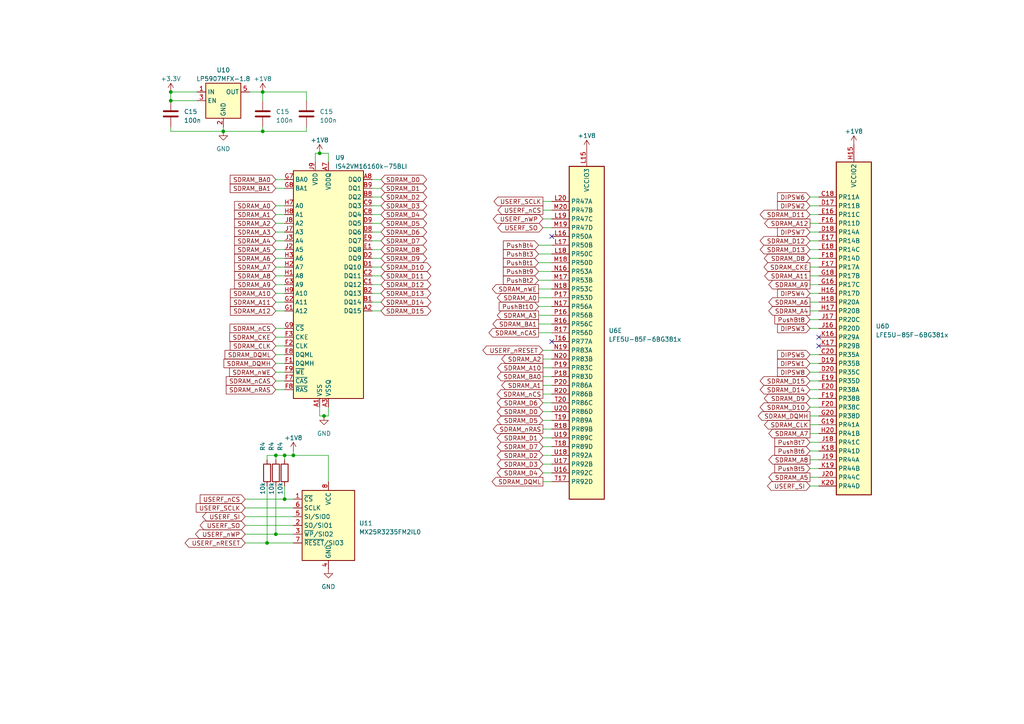
<source format=kicad_sch>
(kicad_sch (version 20230121) (generator eeschema)
  (paper "A4")
  (junction (at 64.77 38.1))
  (junction (at 76.2 38.1))
  (junction (at 82.55 144.78))
  (junction (at 82.55 132.08))
  (junction (at 77.47 157.48))
  (junction (at 49.53 29.21))
  (junction (at 92.71 44.45))
  (junction (at 80.01 154.94))
  (junction (at 85.09 132.08))
  (junction (at 93.98 120.65))
  (junction (at 76.2 26.67))
  (junction (at 80.01 132.08))
  (junction (at 49.53 26.67))
  (no_connect (at 160.02 68.58))
  (no_connect (at 160.02 99.06))
  (no_connect (at 237.49 100.33))
  (no_connect (at 237.49 97.79))
  (wire (pts (xy 71.12 149.86) (xy 85.09 149.86)))
  (wire (pts (xy 157.48 66.04) (xy 160.02 66.04)))
  (wire (pts (xy 80.01 105.41) (xy 82.55 105.41)))
  (wire (pts (xy 80.01 72.39) (xy 82.55 72.39)))
  (wire (pts (xy 80.01 64.77) (xy 82.55 64.77)))
  (wire (pts (xy 234.95 67.31) (xy 237.49 67.31)))
  (wire (pts (xy 234.95 80.01) (xy 237.49 80.01)))
  (wire (pts (xy 95.25 132.08) (xy 95.25 139.7)))
  (wire (pts (xy 157.48 121.92) (xy 160.02 121.92)))
  (wire (pts (xy 82.55 144.78) (xy 85.09 144.78)))
  (wire (pts (xy 107.95 57.15) (xy 110.49 57.15)))
  (wire (pts (xy 234.95 102.87) (xy 237.49 102.87)))
  (wire (pts (xy 234.95 57.15) (xy 237.49 57.15)))
  (wire (pts (xy 85.09 132.08) (xy 95.25 132.08)))
  (wire (pts (xy 156.21 78.74) (xy 160.02 78.74)))
  (wire (pts (xy 157.48 58.42) (xy 160.02 58.42)))
  (wire (pts (xy 156.21 71.12) (xy 160.02 71.12)))
  (wire (pts (xy 80.01 107.95) (xy 82.55 107.95)))
  (wire (pts (xy 234.95 74.93) (xy 237.49 74.93)))
  (wire (pts (xy 92.71 118.11) (xy 92.71 120.65)))
  (wire (pts (xy 234.95 140.97) (xy 237.49 140.97)))
  (wire (pts (xy 157.48 104.14) (xy 160.02 104.14)))
  (wire (pts (xy 80.01 80.01) (xy 82.55 80.01)))
  (wire (pts (xy 64.77 36.83) (xy 64.77 38.1)))
  (wire (pts (xy 234.95 128.27) (xy 237.49 128.27)))
  (wire (pts (xy 234.95 59.69) (xy 237.49 59.69)))
  (wire (pts (xy 49.53 38.1) (xy 64.77 38.1)))
  (wire (pts (xy 80.01 95.25) (xy 82.55 95.25)))
  (wire (pts (xy 80.01 77.47) (xy 82.55 77.47)))
  (wire (pts (xy 80.01 132.08) (xy 82.55 132.08)))
  (wire (pts (xy 49.53 26.67) (xy 49.53 29.21)))
  (wire (pts (xy 91.44 46.99) (xy 91.44 44.45)))
  (wire (pts (xy 157.48 119.38) (xy 160.02 119.38)))
  (wire (pts (xy 234.95 77.47) (xy 237.49 77.47)))
  (wire (pts (xy 156.21 76.2) (xy 160.02 76.2)))
  (wire (pts (xy 234.95 92.71) (xy 237.49 92.71)))
  (wire (pts (xy 77.47 133.35) (xy 77.47 132.08)))
  (wire (pts (xy 107.95 52.07) (xy 110.49 52.07)))
  (wire (pts (xy 71.12 154.94) (xy 80.01 154.94)))
  (wire (pts (xy 156.21 96.52) (xy 160.02 96.52)))
  (wire (pts (xy 234.95 69.85) (xy 237.49 69.85)))
  (wire (pts (xy 80.01 62.23) (xy 82.55 62.23)))
  (wire (pts (xy 156.21 73.66) (xy 160.02 73.66)))
  (wire (pts (xy 95.25 44.45) (xy 95.25 46.99)))
  (wire (pts (xy 107.95 85.09) (xy 110.49 85.09)))
  (wire (pts (xy 82.55 140.97) (xy 82.55 144.78)))
  (wire (pts (xy 88.9 26.67) (xy 76.2 26.67)))
  (wire (pts (xy 157.48 106.68) (xy 160.02 106.68)))
  (wire (pts (xy 80.01 87.63) (xy 82.55 87.63)))
  (wire (pts (xy 80.01 102.87) (xy 82.55 102.87)))
  (wire (pts (xy 92.71 120.65) (xy 93.98 120.65)))
  (wire (pts (xy 157.48 101.6) (xy 160.02 101.6)))
  (wire (pts (xy 91.44 44.45) (xy 92.71 44.45)))
  (wire (pts (xy 234.95 123.19) (xy 237.49 123.19)))
  (wire (pts (xy 156.21 93.98) (xy 160.02 93.98)))
  (wire (pts (xy 234.95 133.35) (xy 237.49 133.35)))
  (wire (pts (xy 234.95 107.95) (xy 237.49 107.95)))
  (wire (pts (xy 107.95 90.17) (xy 110.49 90.17)))
  (wire (pts (xy 107.95 54.61) (xy 110.49 54.61)))
  (wire (pts (xy 107.95 67.31) (xy 110.49 67.31)))
  (wire (pts (xy 80.01 69.85) (xy 82.55 69.85)))
  (wire (pts (xy 234.95 64.77) (xy 237.49 64.77)))
  (wire (pts (xy 71.12 152.4) (xy 85.09 152.4)))
  (wire (pts (xy 107.95 72.39) (xy 110.49 72.39)))
  (wire (pts (xy 80.01 54.61) (xy 82.55 54.61)))
  (wire (pts (xy 107.95 74.93) (xy 110.49 74.93)))
  (wire (pts (xy 157.48 116.84) (xy 160.02 116.84)))
  (wire (pts (xy 234.95 110.49) (xy 237.49 110.49)))
  (wire (pts (xy 80.01 132.08) (xy 80.01 133.35)))
  (wire (pts (xy 57.15 26.67) (xy 49.53 26.67)))
  (wire (pts (xy 82.55 132.08) (xy 85.09 132.08)))
  (wire (pts (xy 80.01 67.31) (xy 82.55 67.31)))
  (wire (pts (xy 234.95 82.55) (xy 237.49 82.55)))
  (wire (pts (xy 64.77 38.1) (xy 76.2 38.1)))
  (wire (pts (xy 77.47 132.08) (xy 80.01 132.08)))
  (wire (pts (xy 80.01 154.94) (xy 85.09 154.94)))
  (wire (pts (xy 71.12 144.78) (xy 82.55 144.78)))
  (wire (pts (xy 157.48 124.46) (xy 160.02 124.46)))
  (wire (pts (xy 80.01 100.33) (xy 82.55 100.33)))
  (wire (pts (xy 49.53 29.21) (xy 57.15 29.21)))
  (wire (pts (xy 157.48 63.5) (xy 160.02 63.5)))
  (wire (pts (xy 234.95 62.23) (xy 237.49 62.23)))
  (wire (pts (xy 80.01 97.79) (xy 82.55 97.79)))
  (wire (pts (xy 107.95 82.55) (xy 110.49 82.55)))
  (wire (pts (xy 234.95 90.17) (xy 237.49 90.17)))
  (wire (pts (xy 234.95 113.03) (xy 237.49 113.03)))
  (wire (pts (xy 157.48 111.76) (xy 160.02 111.76)))
  (wire (pts (xy 157.48 109.22) (xy 160.02 109.22)))
  (wire (pts (xy 234.95 105.41) (xy 237.49 105.41)))
  (wire (pts (xy 80.01 85.09) (xy 82.55 85.09)))
  (wire (pts (xy 157.48 139.7) (xy 160.02 139.7)))
  (wire (pts (xy 157.48 129.54) (xy 160.02 129.54)))
  (wire (pts (xy 76.2 26.67) (xy 72.39 26.67)))
  (wire (pts (xy 85.09 130.81) (xy 85.09 132.08)))
  (wire (pts (xy 234.95 118.11) (xy 237.49 118.11)))
  (wire (pts (xy 71.12 157.48) (xy 77.47 157.48)))
  (wire (pts (xy 80.01 140.97) (xy 80.01 154.94)))
  (wire (pts (xy 234.95 120.65) (xy 237.49 120.65)))
  (wire (pts (xy 234.95 125.73) (xy 237.49 125.73)))
  (wire (pts (xy 107.95 59.69) (xy 110.49 59.69)))
  (wire (pts (xy 77.47 157.48) (xy 85.09 157.48)))
  (wire (pts (xy 234.95 138.43) (xy 237.49 138.43)))
  (wire (pts (xy 156.21 81.28) (xy 160.02 81.28)))
  (wire (pts (xy 92.71 44.45) (xy 95.25 44.45)))
  (wire (pts (xy 107.95 80.01) (xy 110.49 80.01)))
  (wire (pts (xy 93.98 120.65) (xy 95.25 120.65)))
  (wire (pts (xy 157.48 114.3) (xy 160.02 114.3)))
  (wire (pts (xy 80.01 59.69) (xy 82.55 59.69)))
  (wire (pts (xy 234.95 115.57) (xy 237.49 115.57)))
  (wire (pts (xy 157.48 132.08) (xy 160.02 132.08)))
  (wire (pts (xy 234.95 85.09) (xy 237.49 85.09)))
  (wire (pts (xy 234.95 135.89) (xy 237.49 135.89)))
  (wire (pts (xy 157.48 60.96) (xy 160.02 60.96)))
  (wire (pts (xy 157.48 134.62) (xy 160.02 134.62)))
  (wire (pts (xy 49.53 36.83) (xy 49.53 38.1)))
  (wire (pts (xy 80.01 52.07) (xy 82.55 52.07)))
  (wire (pts (xy 156.21 88.9) (xy 160.02 88.9)))
  (wire (pts (xy 234.95 130.81) (xy 237.49 130.81)))
  (wire (pts (xy 80.01 82.55) (xy 82.55 82.55)))
  (wire (pts (xy 88.9 36.83) (xy 88.9 38.1)))
  (wire (pts (xy 107.95 87.63) (xy 110.49 87.63)))
  (wire (pts (xy 234.95 95.25) (xy 237.49 95.25)))
  (wire (pts (xy 234.95 87.63) (xy 237.49 87.63)))
  (wire (pts (xy 156.21 83.82) (xy 160.02 83.82)))
  (wire (pts (xy 76.2 29.21) (xy 76.2 26.67)))
  (wire (pts (xy 234.95 72.39) (xy 237.49 72.39)))
  (wire (pts (xy 107.95 69.85) (xy 110.49 69.85)))
  (wire (pts (xy 95.25 118.11) (xy 95.25 120.65)))
  (wire (pts (xy 71.12 147.32) (xy 85.09 147.32)))
  (wire (pts (xy 107.95 77.47) (xy 110.49 77.47)))
  (wire (pts (xy 157.48 137.16) (xy 160.02 137.16)))
  (wire (pts (xy 157.48 127) (xy 160.02 127)))
  (wire (pts (xy 80.01 110.49) (xy 82.55 110.49)))
  (wire (pts (xy 80.01 90.17) (xy 82.55 90.17)))
  (wire (pts (xy 88.9 26.67) (xy 88.9 29.21)))
  (wire (pts (xy 82.55 132.08) (xy 82.55 133.35)))
  (wire (pts (xy 80.01 113.03) (xy 82.55 113.03)))
  (wire (pts (xy 107.95 64.77) (xy 110.49 64.77)))
  (wire (pts (xy 77.47 140.97) (xy 77.47 157.48)))
  (wire (pts (xy 156.21 91.44) (xy 160.02 91.44)))
  (wire (pts (xy 76.2 38.1) (xy 76.2 36.83)))
  (wire (pts (xy 156.21 86.36) (xy 160.02 86.36)))
  (wire (pts (xy 107.95 62.23) (xy 110.49 62.23)))
  (wire (pts (xy 80.01 74.93) (xy 82.55 74.93)))
  (wire (pts (xy 88.9 38.1) (xy 76.2 38.1)))
  (global_label "SDRAM_A0" (shape output) (at 156.21 86.36 180) (property "Intersheetrefs" "${INTERSHEET_REFS}" (effects hide)))
  (global_label "SDRAM_nRAS" (shape output) (at 157.48 124.46 180) (property "Intersheetrefs" "${INTERSHEET_REFS}" (effects hide)))
  (global_label "SDRAM_D7" (shape bidirectional) (at 110.49 69.85 0) (property "Intersheetrefs" "${INTERSHEET_REFS}" (effects hide)))
  (global_label "SDRAM_D11" (shape bidirectional) (at 110.49 80.01 0) (property "Intersheetrefs" "${INTERSHEET_REFS}" (effects hide)))
  (global_label "USERF_nWP" (shape bidirectional) (at 71.12 154.94 180) (property "Intersheetrefs" "${INTERSHEET_REFS}" (effects hide)))
  (global_label "SDRAM_D11" (shape bidirectional) (at 234.95 62.23 180) (property "Intersheetrefs" "${INTERSHEET_REFS}" (effects hide)))
  (global_label "SDRAM_A11" (shape output) (at 234.95 80.01 180) (property "Intersheetrefs" "${INTERSHEET_REFS}" (effects hide)))
  (global_label "SDRAM_A12" (shape output) (at 234.95 64.77 180) (property "Intersheetrefs" "${INTERSHEET_REFS}" (effects hide)))
  (global_label "SDRAM_D0" (shape bidirectional) (at 157.48 119.38 180) (property "Intersheetrefs" "${INTERSHEET_REFS}" (effects hide)))
  (global_label "SDRAM_A6" (shape output) (at 234.95 87.63 180) (property "Intersheetrefs" "${INTERSHEET_REFS}" (effects hide)))
  (global_label "SDRAM_D1" (shape bidirectional) (at 110.49 54.61 0) (property "Intersheetrefs" "${INTERSHEET_REFS}" (effects hide)))
  (global_label "SDRAM_D14" (shape bidirectional) (at 110.49 87.63 0) (property "Intersheetrefs" "${INTERSHEET_REFS}" (effects hide)))
  (global_label "SDRAM_A9" (shape output) (at 234.95 82.55 180) (property "Intersheetrefs" "${INTERSHEET_REFS}" (effects hide)))
  (global_label "SDRAM_D13" (shape bidirectional) (at 234.95 72.39 180) (property "Intersheetrefs" "${INTERSHEET_REFS}" (effects hide)))
  (global_label "SDRAM_D8" (shape bidirectional) (at 110.49 72.39 0) (property "Intersheetrefs" "${INTERSHEET_REFS}" (effects hide)))
  (global_label "PushBt1" (shape input) (at 156.21 76.2 180) (property "Intersheetrefs" "${INTERSHEET_REFS}" (effects hide)))
  (global_label "USERF_SI" (shape bidirectional) (at 71.12 149.86 180) (property "Intersheetrefs" "${INTERSHEET_REFS}" (effects hide)))
  (global_label "SDRAM_D9" (shape bidirectional) (at 110.49 74.93 0) (property "Intersheetrefs" "${INTERSHEET_REFS}" (effects hide)))
  (global_label "PushBt10" (shape input) (at 156.21 88.9 180) (property "Intersheetrefs" "${INTERSHEET_REFS}" (effects hide)))
  (global_label "SDRAM_A3" (shape input) (at 80.01 67.31 180) (property "Intersheetrefs" "${INTERSHEET_REFS}" (effects hide)))
  (global_label "SDRAM_nCAS" (shape input) (at 80.01 110.49 180) (property "Intersheetrefs" "${INTERSHEET_REFS}" (effects hide)))
  (global_label "SDRAM_nWE" (shape output) (at 156.21 83.82 180) (property "Intersheetrefs" "${INTERSHEET_REFS}" (effects hide)))
  (global_label "USERF_nCS" (shape input) (at 71.12 144.78 180) (property "Intersheetrefs" "${INTERSHEET_REFS}" (effects hide)))
  (global_label "SDRAM_nRAS" (shape input) (at 80.01 113.03 180) (property "Intersheetrefs" "${INTERSHEET_REFS}" (effects hide)))
  (global_label "SDRAM_D7" (shape bidirectional) (at 157.48 129.54 180) (property "Intersheetrefs" "${INTERSHEET_REFS}" (effects hide)))
  (global_label "SDRAM_DQMH" (shape input) (at 80.01 105.41 180) (property "Intersheetrefs" "${INTERSHEET_REFS}" (effects hide)))
  (global_label "SDRAM_A1" (shape input) (at 80.01 62.23 180) (property "Intersheetrefs" "${INTERSHEET_REFS}" (effects hide)))
  (global_label "USERF_SI" (shape bidirectional) (at 234.95 140.97 180) (property "Intersheetrefs" "${INTERSHEET_REFS}" (effects hide)))
  (global_label "SDRAM_D5" (shape bidirectional) (at 110.49 64.77 0) (property "Intersheetrefs" "${INTERSHEET_REFS}" (effects hide)))
  (global_label "DIPSW7" (shape input) (at 234.95 67.31 180) (property "Intersheetrefs" "${INTERSHEET_REFS}" (effects hide)))
  (global_label "SDRAM_A4" (shape output) (at 234.95 90.17 180) (property "Intersheetrefs" "${INTERSHEET_REFS}" (effects hide)))
  (global_label "SDRAM_A4" (shape input) (at 80.01 69.85 180) (property "Intersheetrefs" "${INTERSHEET_REFS}" (effects hide)))
  (global_label "SDRAM_D15" (shape bidirectional) (at 110.49 90.17 0) (property "Intersheetrefs" "${INTERSHEET_REFS}" (effects hide)))
  (global_label "SDRAM_A2" (shape output) (at 157.48 104.14 180) (property "Intersheetrefs" "${INTERSHEET_REFS}" (effects hide)))
  (global_label "SDRAM_A8" (shape input) (at 80.01 80.01 180) (property "Intersheetrefs" "${INTERSHEET_REFS}" (effects hide)))
  (global_label "SDRAM_A8" (shape output) (at 234.95 133.35 180) (property "Intersheetrefs" "${INTERSHEET_REFS}" (effects hide)))
  (global_label "SDRAM_DQML" (shape output) (at 157.48 139.7 180) (property "Intersheetrefs" "${INTERSHEET_REFS}" (effects hide)))
  (global_label "SDRAM_BA1" (shape input) (at 80.01 54.61 180) (property "Intersheetrefs" "${INTERSHEET_REFS}" (effects hide)))
  (global_label "SDRAM_nCAS" (shape output) (at 156.21 96.52 180) (property "Intersheetrefs" "${INTERSHEET_REFS}" (effects hide)))
  (global_label "SDRAM_D0" (shape bidirectional) (at 110.49 52.07 0) (property "Intersheetrefs" "${INTERSHEET_REFS}" (effects hide)))
  (global_label "SDRAM_nCS" (shape output) (at 157.48 114.3 180) (property "Intersheetrefs" "${INTERSHEET_REFS}" (effects hide)))
  (global_label "PushBt8" (shape input) (at 234.95 92.71 180) (property "Intersheetrefs" "${INTERSHEET_REFS}" (effects hide)))
  (global_label "SDRAM_D10" (shape bidirectional) (at 234.95 118.11 180) (property "Intersheetrefs" "${INTERSHEET_REFS}" (effects hide)))
  (global_label "SDRAM_BA0" (shape output) (at 157.48 109.22 180) (property "Intersheetrefs" "${INTERSHEET_REFS}" (effects hide)))
  (global_label "SDRAM_nWE" (shape input) (at 80.01 107.95 180) (property "Intersheetrefs" "${INTERSHEET_REFS}" (effects hide)))
  (global_label "USERF_SO" (shape bidirectional) (at 71.12 152.4 180) (property "Intersheetrefs" "${INTERSHEET_REFS}" (effects hide)))
  (global_label "SDRAM_A12" (shape input) (at 80.01 90.17 180) (property "Intersheetrefs" "${INTERSHEET_REFS}" (effects hide)))
  (global_label "SDRAM_D3" (shape bidirectional) (at 157.48 134.62 180) (property "Intersheetrefs" "${INTERSHEET_REFS}" (effects hide)))
  (global_label "PushBt2" (shape input) (at 156.21 81.28 180) (property "Intersheetrefs" "${INTERSHEET_REFS}" (effects hide)))
  (global_label "SDRAM_A3" (shape output) (at 156.21 91.44 180) (property "Intersheetrefs" "${INTERSHEET_REFS}" (effects hide)))
  (global_label "SDRAM_D2" (shape bidirectional) (at 157.48 132.08 180) (property "Intersheetrefs" "${INTERSHEET_REFS}" (effects hide)))
  (global_label "PushBt6" (shape input) (at 234.95 130.81 180) (property "Intersheetrefs" "${INTERSHEET_REFS}" (effects hide)))
  (global_label "PushBt9" (shape input) (at 156.21 78.74 180) (property "Intersheetrefs" "${INTERSHEET_REFS}" (effects hide)))
  (global_label "DIPSW3" (shape input) (at 234.95 95.25 180) (property "Intersheetrefs" "${INTERSHEET_REFS}" (effects hide)))
  (global_label "USERF_nCS" (shape output) (at 157.48 60.96 180) (property "Intersheetrefs" "${INTERSHEET_REFS}" (effects hide)))
  (global_label "SDRAM_D6" (shape bidirectional) (at 157.48 116.84 180) (property "Intersheetrefs" "${INTERSHEET_REFS}" (effects hide)))
  (global_label "SDRAM_A1" (shape output) (at 157.48 111.76 180) (property "Intersheetrefs" "${INTERSHEET_REFS}" (effects hide)))
  (global_label "DIPSW2" (shape input) (at 234.95 59.69 180) (property "Intersheetrefs" "${INTERSHEET_REFS}" (effects hide)))
  (global_label "SDRAM_D4" (shape bidirectional) (at 110.49 62.23 0) (property "Intersheetrefs" "${INTERSHEET_REFS}" (effects hide)))
  (global_label "SDRAM_CLK" (shape output) (at 234.95 123.19 180) (property "Intersheetrefs" "${INTERSHEET_REFS}" (effects hide)))
  (global_label "DIPSW1" (shape input) (at 234.95 105.41 180) (property "Intersheetrefs" "${INTERSHEET_REFS}" (effects hide)))
  (global_label "SDRAM_BA1" (shape output) (at 156.21 93.98 180) (property "Intersheetrefs" "${INTERSHEET_REFS}" (effects hide)))
  (global_label "SDRAM_A7" (shape input) (at 80.01 77.47 180) (property "Intersheetrefs" "${INTERSHEET_REFS}" (effects hide)))
  (global_label "SDRAM_DQMH" (shape output) (at 234.95 120.65 180) (property "Intersheetrefs" "${INTERSHEET_REFS}" (effects hide)))
  (global_label "DIPSW5" (shape input) (at 234.95 102.87 180) (property "Intersheetrefs" "${INTERSHEET_REFS}" (effects hide)))
  (global_label "SDRAM_A5" (shape output) (at 234.95 138.43 180) (property "Intersheetrefs" "${INTERSHEET_REFS}" (effects hide)))
  (global_label "SDRAM_D12" (shape bidirectional) (at 110.49 82.55 0) (property "Intersheetrefs" "${INTERSHEET_REFS}" (effects hide)))
  (global_label "USERF_SCLK" (shape output) (at 157.48 58.42 180) (property "Intersheetrefs" "${INTERSHEET_REFS}" (effects hide)))
  (global_label "SDRAM_A10" (shape output) (at 157.48 106.68 180) (property "Intersheetrefs" "${INTERSHEET_REFS}" (effects hide)))
  (global_label "SDRAM_A10" (shape input) (at 80.01 85.09 180) (property "Intersheetrefs" "${INTERSHEET_REFS}" (effects hide)))
  (global_label "SDRAM_D9" (shape bidirectional) (at 234.95 115.57 180) (property "Intersheetrefs" "${INTERSHEET_REFS}" (effects hide)))
  (global_label "SDRAM_D4" (shape bidirectional) (at 157.48 137.16 180) (property "Intersheetrefs" "${INTERSHEET_REFS}" (effects hide)))
  (global_label "SDRAM_A0" (shape input) (at 80.01 59.69 180) (property "Intersheetrefs" "${INTERSHEET_REFS}" (effects hide)))
  (global_label "SDRAM_D10" (shape bidirectional) (at 110.49 77.47 0) (property "Intersheetrefs" "${INTERSHEET_REFS}" (effects hide)))
  (global_label "SDRAM_D15" (shape bidirectional) (at 234.95 110.49 180) (property "Intersheetrefs" "${INTERSHEET_REFS}" (effects hide)))
  (global_label "SDRAM_A5" (shape input) (at 80.01 72.39 180) (property "Intersheetrefs" "${INTERSHEET_REFS}" (effects hide)))
  (global_label "USERF_nWP" (shape bidirectional) (at 157.48 63.5 180) (property "Intersheetrefs" "${INTERSHEET_REFS}" (effects hide)))
  (global_label "SDRAM_D5" (shape bidirectional) (at 157.48 121.92 180) (property "Intersheetrefs" "${INTERSHEET_REFS}" (effects hide)))
  (global_label "SDRAM_DQML" (shape input) (at 80.01 102.87 180) (property "Intersheetrefs" "${INTERSHEET_REFS}" (effects hide)))
  (global_label "SDRAM_A2" (shape input) (at 80.01 64.77 180) (property "Intersheetrefs" "${INTERSHEET_REFS}" (effects hide)))
  (global_label "DIPSW8" (shape input) (at 234.95 107.95 180) (property "Intersheetrefs" "${INTERSHEET_REFS}" (effects hide)))
  (global_label "SDRAM_nCS" (shape input) (at 80.01 95.25 180) (property "Intersheetrefs" "${INTERSHEET_REFS}" (effects hide)))
  (global_label "SDRAM_CLK" (shape input) (at 80.01 100.33 180) (property "Intersheetrefs" "${INTERSHEET_REFS}" (effects hide)))
  (global_label "SDRAM_D2" (shape bidirectional) (at 110.49 57.15 0) (property "Intersheetrefs" "${INTERSHEET_REFS}" (effects hide)))
  (global_label "SDRAM_A6" (shape input) (at 80.01 74.93 180) (property "Intersheetrefs" "${INTERSHEET_REFS}" (effects hide)))
  (global_label "PushBt4" (shape input) (at 156.21 71.12 180) (property "Intersheetrefs" "${INTERSHEET_REFS}" (effects hide)))
  (global_label "SDRAM_D6" (shape bidirectional) (at 110.49 67.31 0) (property "Intersheetrefs" "${INTERSHEET_REFS}" (effects hide)))
  (global_label "SDRAM_D12" (shape bidirectional) (at 234.95 69.85 180) (property "Intersheetrefs" "${INTERSHEET_REFS}" (effects hide)))
  (global_label "PushBt5" (shape input) (at 234.95 135.89 180) (property "Intersheetrefs" "${INTERSHEET_REFS}" (effects hide)))
  (global_label "SDRAM_D14" (shape bidirectional) (at 234.95 113.03 180) (property "Intersheetrefs" "${INTERSHEET_REFS}" (effects hide)))
  (global_label "USERF_nRESET" (shape bidirectional) (at 157.48 101.6 180) (property "Intersheetrefs" "${INTERSHEET_REFS}" (effects hide)))
  (global_label "SDRAM_CKE" (shape input) (at 80.01 97.79 180) (property "Intersheetrefs" "${INTERSHEET_REFS}" (effects hide)))
  (global_label "DIPSW6" (shape input) (at 234.95 57.15 180) (property "Intersheetrefs" "${INTERSHEET_REFS}" (effects hide)))
  (global_label "USERF_nRESET" (shape bidirectional) (at 71.12 157.48 180) (property "Intersheetrefs" "${INTERSHEET_REFS}" (effects hide)))
  (global_label "SDRAM_BA0" (shape input) (at 80.01 52.07 180) (property "Intersheetrefs" "${INTERSHEET_REFS}" (effects hide)))
  (global_label "PushBt3" (shape input) (at 156.21 73.66 180) (property "Intersheetrefs" "${INTERSHEET_REFS}" (effects hide)))
  (global_label "SDRAM_CKE" (shape output) (at 234.95 77.47 180) (property "Intersheetrefs" "${INTERSHEET_REFS}" (effects hide)))
  (global_label "SDRAM_D1" (shape bidirectional) (at 157.48 127 180) (property "Intersheetrefs" "${INTERSHEET_REFS}" (effects hide)))
  (global_label "PushBt7" (shape input) (at 234.95 128.27 180) (property "Intersheetrefs" "${INTERSHEET_REFS}" (effects hide)))
  (global_label "SDRAM_A11" (shape input) (at 80.01 87.63 180) (property "Intersheetrefs" "${INTERSHEET_REFS}" (effects hide)))
  (global_label "SDRAM_A9" (shape input) (at 80.01 82.55 180) (property "Intersheetrefs" "${INTERSHEET_REFS}" (effects hide)))
  (global_label "SDRAM_D3" (shape bidirectional) (at 110.49 59.69 0) (property "Intersheetrefs" "${INTERSHEET_REFS}" (effects hide)))
  (global_label "DIPSW4" (shape input) (at 234.95 85.09 180) (property "Intersheetrefs" "${INTERSHEET_REFS}" (effects hide)))
  (global_label "SDRAM_D8" (shape bidirectional) (at 234.95 74.93 180) (property "Intersheetrefs" "${INTERSHEET_REFS}" (effects hide)))
  (global_label "USERF_SCLK" (shape input) (at 71.12 147.32 180) (property "Intersheetrefs" "${INTERSHEET_REFS}" (effects hide)))
  (global_label "SDRAM_D13" (shape bidirectional) (at 110.49 85.09 0) (property "Intersheetrefs" "${INTERSHEET_REFS}" (effects hide)))
  (global_label "SDRAM_A7" (shape output) (at 234.95 125.73 180) (property "Intersheetrefs" "${INTERSHEET_REFS}" (effects hide)))
  (global_label "USERF_SO" (shape bidirectional) (at 157.48 66.04 180) (property "Intersheetrefs" "${INTERSHEET_REFS}" (effects hide)))
  (symbol (lib_id "Memory_Flash:MX25R3235FM1xx0") (at 95.25 152.4 0) (unit 1)
    (property "Reference" "U11" (at 104.14 151.765 0) (effects (justify left)))
    (property "Value" "MX25R3235FM2IL0" (at 104.14 154.305 0) (effects (justify left)))
    (property "Footprint" "Package_SO:SOP-8_5.28x5.23mm_P1.27mm" (effects hide))
    (property "Datasheet" "http://www.macronix.com/Lists/Datasheet/Attachments/7534/MX25R3235F,%20Wide%20Range,%2032Mb,%20v1.6.pdf" (effects hide))
  )
  (symbol (lib_id "Device:R") (at 82.55 137.16 0) (unit 1)
    (property "Reference" "R4" (at 81.28 130.81 90) (effects (justify left)))
    (property "Value" "10k" (at 81.28 143.51 90) (effects (justify left)))
    (property "Footprint" "Resistor_SMD:R_0402_1005Metric" (effects hide))
    (instances (project "gecko5education" (path "" (reference "R4") (unit 1)) (path "" (reference "R4") (unit 1)) (path "" (reference "R29") (unit 1))))
  )
  (symbol (lib_id "power:+1V8") (at 85.09 130.81 0) (unit 1)
    (property "Reference" "#PWR047" (effects hide))
    (property "Value" "+1V8" (at 85.09 127 0))
  )
  (symbol (lib_id "power:+1V8") (at 170.18 43.18 0) (unit 1)
    (property "Reference" "#PWR044" (effects hide))
    (property "Value" "+1V8" (at 170.18 39.37 0))
  )
  (symbol (lib_id "power:GND") (at 64.77 38.1 0) (unit 1)
    (property "Reference" "#PWR045" (effects hide))
    (property "Value" "GND" (at 64.77 43.18 0))
  )
  (symbol (lib_id "Device:R") (at 80.01 137.16 0) (unit 1)
    (property "Reference" "R4" (at 78.74 130.81 90) (effects (justify left)))
    (property "Value" "10k" (at 78.74 143.51 90) (effects (justify left)))
    (property "Footprint" "Resistor_SMD:R_0402_1005Metric" (effects hide))
    (instances (project "gecko5education" (path "" (reference "R4") (unit 1)) (path "" (reference "R4") (unit 1)) (path "" (reference "R28") (unit 1))))
  )
  (symbol (lib_id "power:+1V8") (at 247.65 41.91 0) (unit 1)
    (property "Reference" "#PWR046" (effects hide))
    (property "Value" "+1V8" (at 247.65 38.1 0))
  )
  (symbol (lib_id "gecko5education:IS42VM16160K") (at 85.09 49.53 0) (unit 1)
    (property "Reference" "U9" (at 97.2059 45.72 0) (effects (justify left)))
    (property "Value" "IS42VM16160k-75BLI" (at 97.2059 48.26 0) (effects (justify left)))
    (property "Footprint" "gecko4education:tf_bga_54L_8x8" (effects hide))
    (property "Datasheet" "https://www.issi.com/WW/pdf/42-45SM-RM-VM16160K.pdf" (effects hide))
  )
  (symbol (lib_id "Device:C") (at 76.2 33.02 0) (unit 1)
    (property "Reference" "C15" (at 80.01 32.385 0) (effects (justify left)))
    (property "Value" "100n" (at 80.01 34.925 0) (effects (justify left)))
    (property "Footprint" "Capacitor_SMD:C_0402_1005Metric" (effects hide))
    (instances (project "gecko5education" (path "" (reference "C15") (unit 1)) (path "" (reference "C18") (unit 1))))
  )
  (symbol (lib_id "power:GND") (at 95.25 165.1 0) (unit 1)
    (property "Reference" "#PWR048" (effects hide))
    (property "Value" "GND" (at 95.25 170.18 0))
  )
  (symbol (lib_id "Device:R") (at 77.47 137.16 0) (unit 1)
    (property "Reference" "R4" (at 76.2 130.81 90) (effects (justify left)))
    (property "Value" "10k" (at 76.2 143.51 90) (effects (justify left)))
    (property "Footprint" "Resistor_SMD:R_0402_1005Metric" (effects hide))
    (instances (project "gecko5education" (path "" (reference "R4") (unit 1)) (path "" (reference "R4") (unit 1)) (path "" (reference "R30") (unit 1))))
  )
  (symbol (lib_id "power:+1V8") (at 92.71 44.45 0) (unit 1)
    (property "Reference" "#PWR043" (effects hide))
    (property "Value" "+1V8" (at 92.71 40.64 0))
  )
  (symbol (lib_id "Regulator_Linear:LP5907MFX-1.8") (at 64.77 29.21 0) (unit 1)
    (property "Reference" "U10" (at 64.77 20.32 0))
    (property "Value" "LP5907MFX-1.8" (at 64.77 22.86 0))
    (property "Footprint" "Package_TO_SOT_SMD:SOT-23-5" (effects hide))
    (property "Datasheet" "http://www.ti.com/lit/ds/symlink/lp5907.pdf" (effects hide))
  )
  (symbol (lib_id "FPGA_Lattice:LFE5U-85F-6BG381x") (at 170.18 96.52 0) (unit 5)
    (property "Reference" "U6" (at 176.53 95.885 0) (effects (justify left)))
    (property "Value" "LFE5U-85F-6BG381x" (at 176.53 98.425 0) (effects (justify left)))
    (property "Footprint" "Package_BGA:Lattice_caBGA-381_17.0x17.0mm_Layout20x20_P0.8mm_Ball0.4mm_Pad0.4mm_NSMD" (effects hide))
    (property "Datasheet" "https://www.latticesemi.com/view_document?document_id=50461" (effects hide))
  )
  (symbol (lib_id "Device:C") (at 88.9 33.02 0) (unit 1)
    (property "Reference" "C15" (at 92.71 32.385 0) (effects (justify left)))
    (property "Value" "100n" (at 92.71 34.925 0) (effects (justify left)))
    (property "Footprint" "Capacitor_SMD:C_0402_1005Metric" (effects hide))
    (instances (project "gecko5education" (path "" (reference "C15") (unit 1)) (path "" (reference "C19") (unit 1))))
  )
  (symbol (lib_id "Device:C") (at 49.53 33.02 0) (unit 1)
    (property "Reference" "C15" (at 53.34 32.385 0) (effects (justify left)))
    (property "Value" "100n" (at 53.34 34.925 0) (effects (justify left)))
    (property "Footprint" "Capacitor_SMD:C_0402_1005Metric" (effects hide))
    (instances (project "gecko5education" (path "" (reference "C15") (unit 1)) (path "" (reference "C17") (unit 1))))
  )
  (symbol (lib_id "power:GND") (at 93.98 120.65 0) (unit 1)
    (property "Reference" "#PWR041" (effects hide))
    (property "Value" "GND" (at 93.98 125.73 0))
  )
  (symbol (lib_id "FPGA_Lattice:LFE5U-85F-6BG381x") (at 247.65 95.25 0) (unit 4)
    (property "Reference" "U6" (at 254 94.615 0) (effects (justify left)))
    (property "Value" "LFE5U-85F-6BG381x" (at 254 97.155 0) (effects (justify left)))
    (property "Footprint" "Package_BGA:Lattice_caBGA-381_17.0x17.0mm_Layout20x20_P0.8mm_Ball0.4mm_Pad0.4mm_NSMD" (effects hide))
    (property "Datasheet" "https://www.latticesemi.com/view_document?document_id=50461" (effects hide))
  )
  (symbol (lib_id "power:+1V8") (at 76.2 26.67 0) (unit 1)
    (property "Reference" "#PWR042" (effects hide))
    (property "Value" "+1V8" (at 76.2 22.86 0))
  )
  (symbol (lib_id "power:+3.3V") (at 49.53 26.67 0) (unit 1)
    (property "Reference" "#PWR040" (effects hide))
    (property "Value" "+3.3V" (at 49.53 22.86 0))
  )
)
</source>
